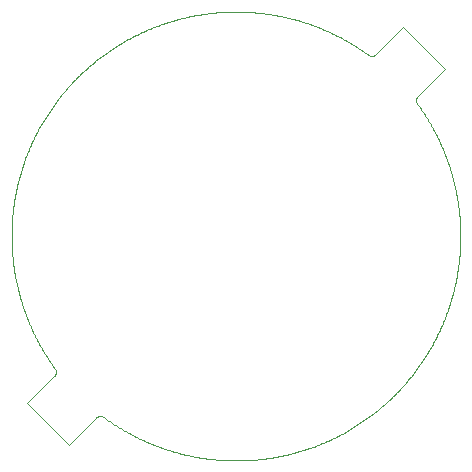
<source format=gko>
G04                                                      *
G04 Greetings!                                           *
G04 This Gerber was generated by PCBmodE, an open source *
G04 PCB design software. Get it here:                    *
G04                                                      *
G04   http://pcbmode.com                                 *
G04                                                      *
G04 Also visit                                           *
G04                                                      *
G04   http://boldport.com                                *
G04                                                      *
G04 and follow @boldport / @pcbmode for updates!         *
G04                                                      *

G04 leading zeros omitted (L); absolute data (A); 6 integer digits and 6 fractional digits *
%FSLAX66Y66*%

G04 mode (MO): millimeters (MM) *
%MOMM*%

G04 Aperture definitions *
%ADD10C,0.001X*%
%ADD11C,0.001X*%
%ADD20C,0.05X*%

%LPD*%
D20*
G01X7796653Y-34335760D02*
G01X7796653Y-34335760D01*
G01X7896642Y-34408497D01*
G01X7996994Y-34480508D01*
G01X8097703Y-34551793D01*
G01X8198768Y-34622352D01*
G01X8300183Y-34692185D01*
G01X8401945Y-34761291D01*
G01X8504052Y-34829671D01*
G01X8606498Y-34897324D01*
G01X8709281Y-34964251D01*
G01X8812397Y-35030451D01*
G01X8915841Y-35095924D01*
G01X9019612Y-35160670D01*
G01X9123704Y-35224688D01*
G01X9228115Y-35287980D01*
G01X9332840Y-35350544D01*
G01X9437876Y-35412381D01*
G01X9543220Y-35473490D01*
G01X9648868Y-35533872D01*
G01X9754815Y-35593526D01*
G01X9861060Y-35652453D01*
G01X9967597Y-35710651D01*
G01X10074423Y-35768121D01*
G01X10181535Y-35824863D01*
G01X10288929Y-35880877D01*
G01X10396602Y-35936163D01*
G01X10504549Y-35990720D01*
G01X10612768Y-36044549D01*
G01X10721253Y-36097649D01*
G01X10830003Y-36150020D01*
G01X10939013Y-36201663D01*
G01X11048280Y-36252576D01*
G01X11157800Y-36302761D01*
G01X11267569Y-36352216D01*
G01X11377583Y-36400942D01*
G01X11487840Y-36448939D01*
G01X11598336Y-36496206D01*
G01X11709066Y-36542743D01*
G01X11820027Y-36588551D01*
G01X11931216Y-36633630D01*
G01X12042629Y-36677978D01*
G01X12154263Y-36721596D01*
G01X12266113Y-36764485D01*
G01X12378176Y-36806643D01*
G01X12490448Y-36848071D01*
G01X12602927Y-36888768D01*
G01X12715607Y-36928735D01*
G01X12828487Y-36967972D01*
G01X12941561Y-37006477D01*
G01X13054826Y-37044252D01*
G01X13168279Y-37081296D01*
G01X13281916Y-37117609D01*
G01X13395734Y-37153191D01*
G01X13509728Y-37188042D01*
G01X13623896Y-37222161D01*
G01X13738233Y-37255549D01*
G01X13852736Y-37288206D01*
G01X13967401Y-37320131D01*
G01X14082225Y-37351324D01*
G01X14197204Y-37381785D01*
G01X14312335Y-37411514D01*
G01X14427613Y-37440512D01*
G01X14543035Y-37468777D01*
G01X14658598Y-37496310D01*
G01X14774298Y-37523111D01*
G01X14890131Y-37549179D01*
G01X15006094Y-37574514D01*
G01X15122182Y-37599117D01*
G01X15238393Y-37622988D01*
G01X15354723Y-37646125D01*
G01X15471168Y-37668530D01*
G01X15587724Y-37690201D01*
G01X15704388Y-37711139D01*
G01X15821157Y-37731344D01*
G01X15938026Y-37750816D01*
G01X16054992Y-37769554D01*
G01X16172051Y-37787558D01*
G01X16289201Y-37804829D01*
G01X16406436Y-37821367D01*
G01X16523753Y-37837170D01*
G01X16641150Y-37852239D01*
G01X16758622Y-37866574D01*
G01X16876165Y-37880175D01*
G01X16993776Y-37893042D01*
G01X17111452Y-37905174D01*
G01X17229188Y-37916572D01*
G01X17346981Y-37927235D01*
G01X17464828Y-37937164D01*
G01X17582725Y-37946358D01*
G01X17700667Y-37954816D01*
G01X17818653Y-37962540D01*
G01X17936677Y-37969529D01*
G01X18054736Y-37975782D01*
G01X18172827Y-37981300D01*
G01X18290947Y-37986083D01*
G01X18409090Y-37990130D01*
G01X18527255Y-37993442D01*
G01X18645436Y-37996018D01*
G01X18763631Y-37997858D01*
G01X18881836Y-37998962D01*
G01X19000048Y-37999330D01*
G01X19000048Y-37999330D01*
G01X19000048Y-37999330D01*
G01X19145922Y-37998774D01*
G01X19291790Y-37997105D01*
G01X19437643Y-37994323D01*
G01X19583476Y-37990428D01*
G01X19729281Y-37985420D01*
G01X19875052Y-37979300D01*
G01X20020781Y-37972066D01*
G01X20166461Y-37963720D01*
G01X20312087Y-37954260D01*
G01X20457650Y-37943688D01*
G01X20603143Y-37932003D01*
G01X20748561Y-37919204D01*
G01X20893895Y-37905293D01*
G01X21039140Y-37890269D01*
G01X21184288Y-37874132D01*
G01X21329332Y-37856882D01*
G01X21474265Y-37838520D01*
G01X21619081Y-37819044D01*
G01X21763772Y-37798455D01*
G01X21908332Y-37776754D01*
G01X22052754Y-37753939D01*
G01X22197030Y-37730012D01*
G01X22341154Y-37704971D01*
G01X22485119Y-37678818D01*
G01X22628918Y-37651552D01*
G01X22772544Y-37623172D01*
G01X22915991Y-37593680D01*
G01X23059250Y-37563075D01*
G01X23202316Y-37531357D01*
G01X23345181Y-37498526D01*
G01X23487839Y-37464582D01*
G01X23630283Y-37429525D01*
G01X23772505Y-37393355D01*
G01X23914499Y-37356072D01*
G01X24056258Y-37317676D01*
G01X24197775Y-37278168D01*
G01X24339042Y-37237546D01*
G01X24480054Y-37195811D01*
G01X24620803Y-37152963D01*
G01X24761283Y-37109002D01*
G01X24901486Y-37063929D01*
G01X25041405Y-37017742D01*
G01X25181034Y-36970442D01*
G01X25320365Y-36922030D01*
G01X25459392Y-36872504D01*
G01X25598108Y-36821866D01*
G01X25736506Y-36770114D01*
G01X25874579Y-36717249D01*
G01X26012320Y-36663272D01*
G01X26149722Y-36608181D01*
G01X26286778Y-36551978D01*
G01X26423482Y-36494661D01*
G01X26559826Y-36436232D01*
G01X26695803Y-36376689D01*
G01X26831408Y-36316033D01*
G01X26966631Y-36254265D01*
G01X27101468Y-36191383D01*
G01X27235910Y-36127389D01*
G01X27369951Y-36062281D01*
G01X27503585Y-35996060D01*
G01X27636803Y-35928727D01*
G01X27769600Y-35860280D01*
G01X27901967Y-35790720D01*
G01X28033900Y-35720048D01*
G01X28165389Y-35648262D01*
G01X28296429Y-35575363D01*
G01X28427013Y-35501351D01*
G01X28557134Y-35426226D01*
G01X28686784Y-35349989D01*
G01X28815957Y-35272638D01*
G01X28944646Y-35194174D01*
G01X29072844Y-35114597D01*
G01X29200544Y-35033907D01*
G01X29327739Y-34952104D01*
G01X29454423Y-34869188D01*
G01X29580588Y-34785159D01*
G01X29706228Y-34700016D01*
G01X29831335Y-34613761D01*
G01X29955902Y-34526393D01*
G01X30079924Y-34437911D01*
G01X30203392Y-34348317D01*
G01X30326300Y-34257610D01*
G01X30448641Y-34165789D01*
G01X30570408Y-34072855D01*
G01X30691595Y-33978809D01*
G01X30812193Y-33883649D01*
G01X30932197Y-33787376D01*
G01X31051599Y-33689990D01*
G01X31170393Y-33591492D01*
G01X31288571Y-33491880D01*
G01X31406127Y-33391154D01*
G01X31523054Y-33289316D01*
G01X31639345Y-33186365D01*
G01X31754992Y-33082301D01*
G01X31869990Y-32977123D01*
G01X31984330Y-32870833D01*
G01X32098007Y-32763429D01*
G01X32211013Y-32654913D01*
G01X32323342Y-32545283D01*
G01X32434986Y-32434540D01*
G01X32434986Y-32434540D01*
G01X32434986Y-32434540D01*
G01X32545729Y-32322896D01*
G01X32655359Y-32210567D01*
G01X32763876Y-32097560D01*
G01X32871281Y-31983883D01*
G01X32977572Y-31869541D01*
G01X33082751Y-31754542D01*
G01X33186817Y-31638893D01*
G01X33289770Y-31522601D01*
G01X33391610Y-31405672D01*
G01X33492337Y-31288114D01*
G01X33591951Y-31169934D01*
G01X33690452Y-31051138D01*
G01X33787841Y-30931733D01*
G01X33884116Y-30811727D01*
G01X33979279Y-30691125D01*
G01X34073328Y-30569936D01*
G01X34166265Y-30448166D01*
G01X34258089Y-30325822D01*
G01X34348799Y-30202910D01*
G01X34438397Y-30079438D01*
G01X34526882Y-29955413D01*
G01X34614254Y-29830842D01*
G01X34700513Y-29705731D01*
G01X34785660Y-29580088D01*
G01X34869693Y-29453918D01*
G01X34952613Y-29327231D01*
G01X35034420Y-29200031D01*
G01X35115115Y-29072326D01*
G01X35194696Y-28944124D01*
G01X35273165Y-28815430D01*
G01X35350520Y-28686253D01*
G01X35426763Y-28556598D01*
G01X35501892Y-28426472D01*
G01X35575909Y-28295884D01*
G01X35648813Y-28164839D01*
G01X35720603Y-28033344D01*
G01X35791281Y-27901407D01*
G01X35860846Y-27769034D01*
G01X35929298Y-27636232D01*
G01X35996637Y-27503009D01*
G01X36062863Y-27369370D01*
G01X36127975Y-27235324D01*
G01X36191975Y-27100876D01*
G01X36254862Y-26966034D01*
G01X36316636Y-26830805D01*
G01X36377297Y-26695196D01*
G01X36436845Y-26559213D01*
G01X36495280Y-26422863D01*
G01X36552602Y-26286154D01*
G01X36608811Y-26149092D01*
G01X36663907Y-26011685D01*
G01X36717890Y-25873939D01*
G01X36770760Y-25735860D01*
G01X36822517Y-25597457D01*
G01X36873161Y-25458736D01*
G01X36922692Y-25319703D01*
G01X36971110Y-25180367D01*
G01X37018415Y-25040733D01*
G01X37064607Y-24900808D01*
G01X37109686Y-24760600D01*
G01X37153652Y-24620115D01*
G01X37196505Y-24479361D01*
G01X37238245Y-24338344D01*
G01X37278872Y-24197071D01*
G01X37318385Y-24055550D01*
G01X37356786Y-23913786D01*
G01X37394074Y-23771787D01*
G01X37430249Y-23629560D01*
G01X37465310Y-23487112D01*
G01X37499259Y-23344450D01*
G01X37532095Y-23201580D01*
G01X37563817Y-23058510D01*
G01X37594427Y-22915246D01*
G01X37623923Y-22771795D01*
G01X37652307Y-22628165D01*
G01X37679577Y-22484362D01*
G01X37705734Y-22340393D01*
G01X37730779Y-22196266D01*
G01X37754710Y-22051986D01*
G01X37777528Y-21907561D01*
G01X37799233Y-21762998D01*
G01X37819825Y-21618303D01*
G01X37839304Y-21473484D01*
G01X37857670Y-21328548D01*
G01X37874923Y-21183501D01*
G01X37891062Y-21038351D01*
G01X37906089Y-20893104D01*
G01X37920003Y-20747767D01*
G01X37932803Y-20602347D01*
G01X37944490Y-20456851D01*
G01X37955065Y-20311287D01*
G01X37964526Y-20165660D01*
G01X37972874Y-20019978D01*
G01X37980109Y-19874248D01*
G01X37986231Y-19728476D01*
G01X37991240Y-19582670D01*
G01X37995136Y-19436836D01*
G01X37997918Y-19290982D01*
G01X37999588Y-19145115D01*
G01X38000144Y-18999240D01*
G01X38000144Y-18999240D01*
G01X38000144Y-18999240D01*
G01X37999777Y-18881079D01*
G01X37998673Y-18762925D01*
G01X37996834Y-18644780D01*
G01X37994260Y-18526649D01*
G01X37990951Y-18408535D01*
G01X37986906Y-18290443D01*
G01X37982127Y-18172374D01*
G01X37976612Y-18054334D01*
G01X37970363Y-17936325D01*
G01X37963379Y-17818352D01*
G01X37955661Y-17700417D01*
G01X37947208Y-17582525D01*
G01X37938021Y-17464680D01*
G01X37928099Y-17346884D01*
G01X37917444Y-17229141D01*
G01X37906054Y-17111456D01*
G01X37893930Y-16993831D01*
G01X37881073Y-16876271D01*
G01X37867481Y-16758778D01*
G01X37853157Y-16641357D01*
G01X37838098Y-16524011D01*
G01X37822306Y-16406744D01*
G01X37805781Y-16289559D01*
G01X37788523Y-16172461D01*
G01X37770531Y-16055452D01*
G01X37751807Y-15938536D01*
G01X37732349Y-15821717D01*
G01X37712159Y-15704999D01*
G01X37691236Y-15588385D01*
G01X37669581Y-15471878D01*
G01X37647193Y-15355483D01*
G01X37624073Y-15239203D01*
G01X37600220Y-15123042D01*
G01X37575635Y-15007003D01*
G01X37550319Y-14891090D01*
G01X37524270Y-14775306D01*
G01X37497489Y-14659655D01*
G01X37469977Y-14544141D01*
G01X37441733Y-14428768D01*
G01X37412757Y-14313538D01*
G01X37383051Y-14198456D01*
G01X37352612Y-14083525D01*
G01X37321443Y-13968749D01*
G01X37289542Y-13854132D01*
G01X37256911Y-13739676D01*
G01X37223548Y-13625387D01*
G01X37189455Y-13511266D01*
G01X37154631Y-13397319D01*
G01X37119076Y-13283548D01*
G01X37082791Y-13169958D01*
G01X37045776Y-13056551D01*
G01X37008030Y-12943331D01*
G01X36969554Y-12830303D01*
G01X36930348Y-12717470D01*
G01X36890412Y-12604834D01*
G01X36849747Y-12492401D01*
G01X36808351Y-12380173D01*
G01X36766226Y-12268154D01*
G01X36723371Y-12156349D01*
G01X36679787Y-12044759D01*
G01X36635474Y-11933390D01*
G01X36590431Y-11822244D01*
G01X36544659Y-11711326D01*
G01X36498158Y-11600638D01*
G01X36450929Y-11490185D01*
G01X36402970Y-11379971D01*
G01X36354283Y-11269998D01*
G01X36304867Y-11160270D01*
G01X36254723Y-11050791D01*
G01X36203850Y-10941565D01*
G01X36152249Y-10832596D01*
G01X36099920Y-10723886D01*
G01X36046863Y-10615439D01*
G01X35993078Y-10507260D01*
G01X35938565Y-10399352D01*
G01X35883324Y-10291718D01*
G01X35827356Y-10184362D01*
G01X35770660Y-10077287D01*
G01X35713236Y-9970498D01*
G01X35655086Y-9863998D01*
G01X35596208Y-9757790D01*
G01X35536603Y-9651878D01*
G01X35476270Y-9546266D01*
G01X35415211Y-9440957D01*
G01X35353426Y-9335956D01*
G01X35290913Y-9231265D01*
G01X35227674Y-9126888D01*
G01X35163708Y-9022829D01*
G01X35099016Y-8919091D01*
G01X35033598Y-8815679D01*
G01X34967453Y-8712595D01*
G01X34900583Y-8609843D01*
G01X34832986Y-8507428D01*
G01X34764664Y-8405352D01*
G01X34695616Y-8303619D01*
G01X34625842Y-8202233D01*
G01X34555343Y-8101198D01*
G01X34484118Y-8000516D01*
G01X34412168Y-7900192D01*
G01X34339492Y-7800230D01*
G01X34339492Y-7800230D01*
G01X34342393Y-7797230D01*
G01X34342393Y-7797230D01*
G01X34313730Y-7754382D01*
G01X34289985Y-7709595D01*
G01X34271129Y-7663239D01*
G01X34257137Y-7615686D01*
G01X34247982Y-7567308D01*
G01X34243637Y-7518475D01*
G01X34244075Y-7469558D01*
G01X34249271Y-7420930D01*
G01X34259196Y-7372961D01*
G01X34273825Y-7326022D01*
G01X34293131Y-7280485D01*
G01X34317087Y-7236722D01*
G01X34345666Y-7195102D01*
G01X34378843Y-7155999D01*
G01X34389162Y-7145340D01*
G01X34389162Y-7145340D01*
G01X34425830Y-7112603D01*
G01X34465542Y-7083540D01*
G01X34465542Y-7083540D01*
G01X34458242Y-7076540D01*
G01X36677363Y-4857420D01*
G01X33142035Y-1322110D01*
G01X30922915Y-3541240D01*
G01X30915615Y-3534240D01*
G01X30915615Y-3534240D01*
G01X30886618Y-3573940D01*
G01X30853865Y-3610640D01*
G01X30853865Y-3610640D01*
G01X30853865Y-3610640D01*
G01X30812742Y-3647398D01*
G01X30768573Y-3678928D01*
G01X30721818Y-3705177D01*
G01X30672938Y-3726092D01*
G01X30622394Y-3741621D01*
G01X30570644Y-3751713D01*
G01X30518150Y-3756314D01*
G01X30465371Y-3755372D01*
G01X30412769Y-3748836D01*
G01X30360802Y-3736652D01*
G01X30309933Y-3718768D01*
G01X30260619Y-3695131D01*
G01X30236691Y-3681140D01*
G01X30233090Y-3685140D01*
G01X30233090Y-3685140D01*
G01X30132913Y-3611972D01*
G01X30032370Y-3539535D01*
G01X29931465Y-3467828D01*
G01X29830203Y-3396852D01*
G01X29728587Y-3326607D01*
G01X29626620Y-3257092D01*
G01X29524307Y-3188308D01*
G01X29421650Y-3120254D01*
G01X29318654Y-3052932D01*
G01X29215322Y-2986341D01*
G01X29111658Y-2920482D01*
G01X29007665Y-2855354D01*
G01X28903347Y-2790957D01*
G01X28798709Y-2727291D01*
G01X28693753Y-2664358D01*
G01X28588483Y-2602156D01*
G01X28482902Y-2540686D01*
G01X28377016Y-2479948D01*
G01X28270826Y-2419942D01*
G01X28164337Y-2360668D01*
G01X28057553Y-2302126D01*
G01X27950477Y-2244317D01*
G01X27843112Y-2187240D01*
G01X27735463Y-2130896D01*
G01X27627533Y-2075285D01*
G01X27519326Y-2020406D01*
G01X27410846Y-1966260D01*
G01X27302095Y-1912847D01*
G01X27193078Y-1860168D01*
G01X27083799Y-1808221D01*
G01X26974260Y-1757008D01*
G01X26864467Y-1706528D01*
G01X26754421Y-1656781D01*
G01X26644128Y-1607769D01*
G01X26533591Y-1559489D01*
G01X26422813Y-1511944D01*
G01X26311798Y-1465133D01*
G01X26200549Y-1419055D01*
G01X26089071Y-1373712D01*
G01X25977368Y-1329103D01*
G01X25865441Y-1285228D01*
G01X25753296Y-1242087D01*
G01X25640937Y-1199682D01*
G01X25528365Y-1158010D01*
G01X25415587Y-1117074D01*
G01X25302604Y-1076872D01*
G01X25189421Y-1037405D01*
G01X25076041Y-0998673D01*
G01X24962468Y-0960677D01*
G01X24848706Y-0923415D01*
G01X24734758Y-0886889D01*
G01X24620628Y-0851098D01*
G01X24506320Y-0816043D01*
G01X24391837Y-0781723D01*
G01X24277183Y-0748139D01*
G01X24162361Y-0715291D01*
G01X24047376Y-0683179D01*
G01X23932231Y-0651803D01*
G01X23816929Y-0621163D01*
G01X23701475Y-0591260D01*
G01X23585872Y-0562092D01*
G01X23470123Y-0533661D01*
G01X23354232Y-0505967D01*
G01X23238204Y-0479009D01*
G01X23122041Y-0452789D01*
G01X23005747Y-0427304D01*
G01X22889326Y-0402557D01*
G01X22772781Y-0378547D01*
G01X22656117Y-0355274D01*
G01X22539337Y-0332739D01*
G01X22422444Y-0310940D01*
G01X22305443Y-0289880D01*
G01X22188336Y-0269556D01*
G01X22071128Y-0249971D01*
G01X21953822Y-0231123D01*
G01X21836422Y-0213013D01*
G01X21718931Y-0195641D01*
G01X21601354Y-0179007D01*
G01X21483693Y-0163111D01*
G01X21365953Y-0147954D01*
G01X21248138Y-0133535D01*
G01X21130249Y-0119854D01*
G01X21012293Y-0106912D01*
G01X20894271Y-0094709D01*
G01X20776189Y-0083244D01*
G01X20658049Y-0072519D01*
G01X20539855Y-0062532D01*
G01X20421610Y-0053284D01*
G01X20303320Y-0044776D01*
G01X20184986Y-0037007D01*
G01X20066613Y-0029977D01*
G01X19948205Y-0023687D01*
G01X19829764Y-0018137D01*
G01X19711296Y-0013326D01*
G01X19592803Y-0009255D01*
G01X19474289Y-0005923D01*
G01X19355757Y-0003332D01*
G01X19237212Y-0001481D01*
G01X19118658Y-0000370D01*
G01X19000097Y-0000000D01*
G01X19000097Y-0000000D01*
G01X19000097Y-0000000D01*
G01X18854222Y-0000557D01*
G01X18708354Y-0002227D01*
G01X18562499Y-0005010D01*
G01X18416666Y-0008906D01*
G01X18270859Y-0013915D01*
G01X18125088Y-0020037D01*
G01X17979357Y-0027273D01*
G01X17833675Y-0035621D01*
G01X17688048Y-0045083D01*
G01X17542483Y-0055657D01*
G01X17396987Y-0067345D01*
G01X17251567Y-0080146D01*
G01X17106230Y-0094060D01*
G01X16960983Y-0109087D01*
G01X16815832Y-0125227D01*
G01X16670785Y-0142480D01*
G01X16525849Y-0160846D01*
G01X16381030Y-0180325D01*
G01X16236335Y-0200917D01*
G01X16091772Y-0222622D01*
G01X15947347Y-0245441D01*
G01X15803067Y-0269372D01*
G01X15658939Y-0294417D01*
G01X15514970Y-0320574D01*
G01X15371166Y-0347845D01*
G01X15227536Y-0376228D01*
G01X15084086Y-0405725D01*
G01X14940822Y-0436334D01*
G01X14797751Y-0468057D01*
G01X14654881Y-0500893D01*
G01X14512219Y-0534841D01*
G01X14369770Y-0569903D01*
G01X14227543Y-0606078D01*
G01X14085545Y-0643366D01*
G01X13943781Y-0681767D01*
G01X13802259Y-0721281D01*
G01X13660986Y-0761908D01*
G01X13519969Y-0803648D01*
G01X13379215Y-0846500D01*
G01X13238730Y-0890466D01*
G01X13098522Y-0935545D01*
G01X12958597Y-0981737D01*
G01X12818963Y-1029042D01*
G01X12679626Y-1077460D01*
G01X12540594Y-1126991D01*
G01X12401873Y-1177635D01*
G01X12263469Y-1229392D01*
G01X12125391Y-1282262D01*
G01X11987645Y-1336245D01*
G01X11850237Y-1391341D01*
G01X11713175Y-1447550D01*
G01X11576466Y-1504872D01*
G01X11440117Y-1563307D01*
G01X11304134Y-1622855D01*
G01X11168524Y-1683516D01*
G01X11033295Y-1745290D01*
G01X10898453Y-1808177D01*
G01X10764006Y-1872177D01*
G01X10629959Y-1937289D01*
G01X10496320Y-2003515D01*
G01X10363097Y-2070854D01*
G01X10230295Y-2139306D01*
G01X10097922Y-2208870D01*
G01X9965985Y-2279548D01*
G01X9834490Y-2351339D01*
G01X9703445Y-2424242D01*
G01X9572857Y-2498259D01*
G01X9442732Y-2573388D01*
G01X9313077Y-2649631D01*
G01X9183899Y-2726986D01*
G01X9055205Y-2805455D01*
G01X8927003Y-2885036D01*
G01X8799298Y-2965730D01*
G01X8672099Y-3047537D01*
G01X8545411Y-3130457D01*
G01X8419242Y-3214490D01*
G01X8293599Y-3299636D01*
G01X8168488Y-3385895D01*
G01X8043916Y-3473267D01*
G01X7919891Y-3561752D01*
G01X7796420Y-3651350D01*
G01X7673508Y-3742060D01*
G01X7551164Y-3833884D01*
G01X7429394Y-3926820D01*
G01X7308205Y-4020870D01*
G01X7187603Y-4116032D01*
G01X7067597Y-4212307D01*
G01X6948192Y-4309696D01*
G01X6829396Y-4408197D01*
G01X6711216Y-4507811D01*
G01X6593658Y-4608538D01*
G01X6476730Y-4710377D01*
G01X6360437Y-4813330D01*
G01X6244789Y-4917396D01*
G01X6129790Y-5022574D01*
G01X6015448Y-5128866D01*
G01X5901771Y-5236270D01*
G01X5788764Y-5344787D01*
G01X5676435Y-5454417D01*
G01X5564792Y-5565160D01*
G01X5564792Y-5565160D01*
G01X5564792Y-5565160D01*
G01X5454049Y-5676804D01*
G01X5344419Y-5789133D01*
G01X5235903Y-5902139D01*
G01X5128499Y-6015816D01*
G01X5022209Y-6130156D01*
G01X4917031Y-6245154D01*
G01X4812967Y-6360802D01*
G01X4710016Y-6477092D01*
G01X4608178Y-6594019D01*
G01X4507453Y-6711575D01*
G01X4407841Y-6829754D01*
G01X4309342Y-6948548D01*
G01X4211957Y-7067950D01*
G01X4115684Y-7187954D01*
G01X4020524Y-7308553D01*
G01X3926478Y-7429739D01*
G01X3833544Y-7551506D01*
G01X3741724Y-7673848D01*
G01X3651017Y-7796756D01*
G01X3561422Y-7920224D01*
G01X3472941Y-8044246D01*
G01X3385573Y-8168813D01*
G01X3299318Y-8293921D01*
G01X3214176Y-8419560D01*
G01X3130146Y-8545725D01*
G01X3047230Y-8672409D01*
G01X2965428Y-8799605D01*
G01X2884738Y-8927305D01*
G01X2805161Y-9055503D01*
G01X2726697Y-9184192D01*
G01X2649346Y-9313365D01*
G01X2573108Y-9443015D01*
G01X2497983Y-9573136D01*
G01X2423972Y-9703720D01*
G01X2351073Y-9834760D01*
G01X2279287Y-9966249D01*
G01X2208615Y-10098182D01*
G01X2139055Y-10230549D01*
G01X2070608Y-10363346D01*
G01X2003275Y-10496564D01*
G01X1937054Y-10630198D01*
G01X1871947Y-10764239D01*
G01X1807952Y-10898681D01*
G01X1745070Y-11033518D01*
G01X1683302Y-11168742D01*
G01X1622646Y-11304346D01*
G01X1563104Y-11440323D01*
G01X1504674Y-11576668D01*
G01X1447358Y-11713371D01*
G01X1391154Y-11850428D01*
G01X1336064Y-11987830D01*
G01X1282086Y-12125571D01*
G01X1229221Y-12263643D01*
G01X1177470Y-12402041D01*
G01X1126831Y-12540757D01*
G01X1077306Y-12679784D01*
G01X1028893Y-12819116D01*
G01X0981593Y-12958745D01*
G01X0935406Y-13098664D01*
G01X0890333Y-13238867D01*
G01X0846372Y-13379346D01*
G01X0803524Y-13520095D01*
G01X0761789Y-13661107D01*
G01X0721168Y-13802375D01*
G01X0681659Y-13943892D01*
G01X0643263Y-14085650D01*
G01X0605980Y-14227644D01*
G01X0569810Y-14369867D01*
G01X0534753Y-14512310D01*
G01X0500809Y-14654968D01*
G01X0467978Y-14797833D01*
G01X0436259Y-14940899D01*
G01X0405654Y-15084159D01*
G01X0376162Y-15227605D01*
G01X0347782Y-15371231D01*
G01X0320516Y-15515030D01*
G01X0294363Y-15658995D01*
G01X0269322Y-15803119D01*
G01X0245394Y-15947395D01*
G01X0222580Y-16091817D01*
G01X0200878Y-16236376D01*
G01X0180289Y-16381068D01*
G01X0160813Y-16525883D01*
G01X0142450Y-16670817D01*
G01X0125200Y-16815861D01*
G01X0109063Y-16961008D01*
G01X0094039Y-17106253D01*
G01X0080128Y-17251588D01*
G01X0067330Y-17397005D01*
G01X0055644Y-17542499D01*
G01X0045072Y-17688062D01*
G01X0035612Y-17833687D01*
G01X0027265Y-17979367D01*
G01X0020031Y-18125096D01*
G01X0013911Y-18270867D01*
G01X0008903Y-18416672D01*
G01X0005007Y-18562505D01*
G01X0002225Y-18708358D01*
G01X0000556Y-18854226D01*
G01X-0000000Y-19000100D01*
G01X-0000000Y-19000100D01*
G01X-0000000Y-19000100D01*
G01X0000370Y-19118611D01*
G01X0001479Y-19237116D01*
G01X0003329Y-19355610D01*
G01X0005918Y-19474091D01*
G01X0009247Y-19592555D01*
G01X0013315Y-19710998D01*
G01X0018122Y-19829416D01*
G01X0023668Y-19947806D01*
G01X0029953Y-20066164D01*
G01X0036977Y-20184487D01*
G01X0044740Y-20302770D01*
G01X0053242Y-20421011D01*
G01X0062482Y-20539206D01*
G01X0072460Y-20657350D01*
G01X0083177Y-20775440D01*
G01X0094632Y-20893474D01*
G01X0106825Y-21011446D01*
G01X0119756Y-21129353D01*
G01X0133425Y-21247193D01*
G01X0147831Y-21364960D01*
G01X0162976Y-21482652D01*
G01X0178857Y-21600264D01*
G01X0195476Y-21717794D01*
G01X0212833Y-21835237D01*
G01X0230926Y-21952590D01*
G01X0249757Y-22069849D01*
G01X0269324Y-22187011D01*
G01X0289628Y-22304072D01*
G01X0310669Y-22421028D01*
G01X0332447Y-22537875D01*
G01X0354961Y-22654611D01*
G01X0378211Y-22771231D01*
G01X0402198Y-22887731D01*
G01X0426920Y-23004109D01*
G01X0452379Y-23120360D01*
G01X0478573Y-23236480D01*
G01X0505504Y-23352467D01*
G01X0533170Y-23468316D01*
G01X0561571Y-23584025D01*
G01X0590708Y-23699588D01*
G01X0620580Y-23815003D01*
G01X0651188Y-23930265D01*
G01X0682530Y-24045372D01*
G01X0714607Y-24160320D01*
G01X0747420Y-24275104D01*
G01X0780967Y-24389722D01*
G01X0815248Y-24504170D01*
G01X0850265Y-24618443D01*
G01X0886015Y-24732539D01*
G01X0922500Y-24846454D01*
G01X0959719Y-24960183D01*
G01X0997672Y-25073725D01*
G01X1036359Y-25187074D01*
G01X1075779Y-25300227D01*
G01X1115934Y-25413180D01*
G01X1156822Y-25525931D01*
G01X1198443Y-25638475D01*
G01X1240798Y-25750808D01*
G01X1283886Y-25862927D01*
G01X1327707Y-25974829D01*
G01X1372261Y-26086509D01*
G01X1417549Y-26197964D01*
G01X1463568Y-26309190D01*
G01X1510321Y-26420185D01*
G01X1557806Y-26530943D01*
G01X1606023Y-26641462D01*
G01X1654973Y-26751737D01*
G01X1704655Y-26861766D01*
G01X1755069Y-26971544D01*
G01X1806215Y-27081068D01*
G01X1858093Y-27190334D01*
G01X1910702Y-27299339D01*
G01X1964044Y-27408078D01*
G01X2018116Y-27516549D01*
G01X2072920Y-27624748D01*
G01X2128456Y-27732671D01*
G01X2184722Y-27840313D01*
G01X2241720Y-27947673D01*
G01X2299448Y-28054746D01*
G01X2357908Y-28161528D01*
G01X2417098Y-28268015D01*
G01X2477018Y-28374205D01*
G01X2537669Y-28480094D01*
G01X2599051Y-28585677D01*
G01X2661162Y-28690951D01*
G01X2724004Y-28795913D01*
G01X2787576Y-28900559D01*
G01X2851878Y-29004885D01*
G01X2916909Y-29108887D01*
G01X2982670Y-29212563D01*
G01X3049161Y-29315908D01*
G01X3116381Y-29418918D01*
G01X3184330Y-29521591D01*
G01X3253009Y-29623922D01*
G01X3322417Y-29725908D01*
G01X3392553Y-29827545D01*
G01X3463419Y-29928829D01*
G01X3535013Y-30029757D01*
G01X3607336Y-30130325D01*
G01X3680388Y-30230530D01*
G01X3680388Y-30230530D01*
G01X3680388Y-30230530D01*
G01X3704769Y-30274713D01*
G01X3724458Y-30320475D01*
G01X3739470Y-30367470D01*
G01X3749823Y-30415353D01*
G01X3755533Y-30463781D01*
G01X3756617Y-30512408D01*
G01X3753093Y-30560889D01*
G01X3744976Y-30608879D01*
G01X3732285Y-30656034D01*
G01X3715035Y-30702009D01*
G01X3693243Y-30746459D01*
G01X3666927Y-30789039D01*
G01X3652077Y-30809520D01*
G01X3611007Y-30853920D01*
G01X1322461Y-33142470D01*
G01X4857778Y-36677780D01*
G01X7146325Y-34389240D01*
G01X7190575Y-34347940D01*
G01X7190575Y-34347940D01*
G01X7234393Y-34317826D01*
G01X7280426Y-34292787D01*
G01X7328263Y-34272832D01*
G01X7377495Y-34257974D01*
G01X7427709Y-34248221D01*
G01X7478497Y-34243587D01*
G01X7529446Y-34244080D01*
G01X7580148Y-34249712D01*
G01X7630191Y-34260494D01*
G01X7679164Y-34276436D01*
G01X7726658Y-34297550D01*
G01X7772262Y-34323846D01*
G01X7794226Y-34338940D01*
G04 end of program *
M02*

</source>
